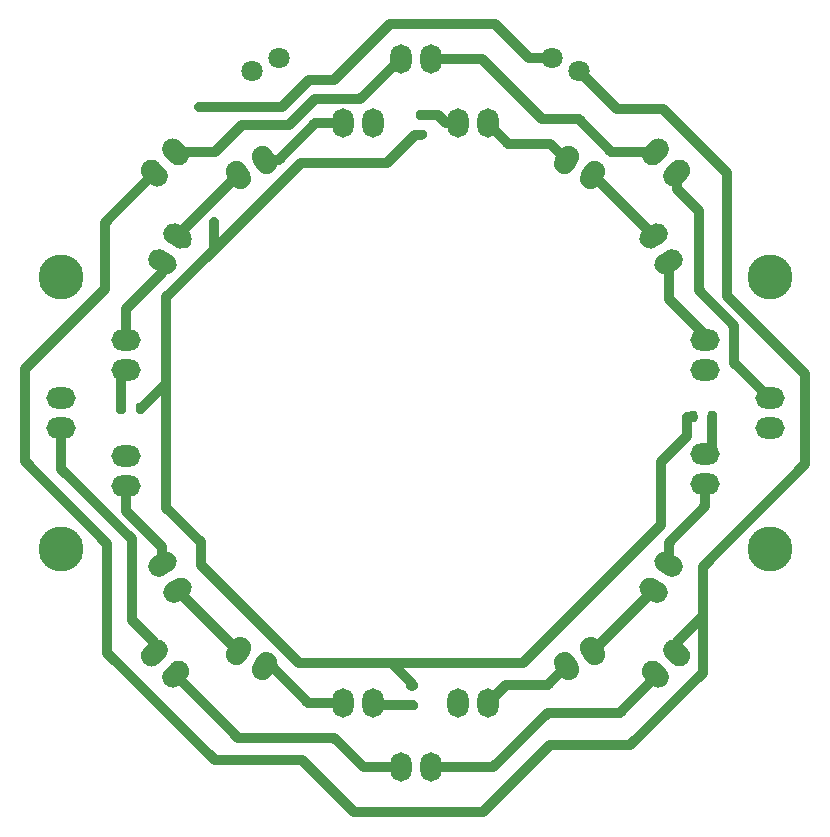
<source format=gtl>
G04 #@! TF.GenerationSoftware,KiCad,Pcbnew,(5.1.9)-1*
G04 #@! TF.CreationDate,2021-10-29T13:55:55-03:00*
G04 #@! TF.ProjectId,RG_Led_ring,52475f4c-6564-45f7-9269-6e672e6b6963,rev?*
G04 #@! TF.SameCoordinates,Original*
G04 #@! TF.FileFunction,Copper,L1,Top*
G04 #@! TF.FilePolarity,Positive*
%FSLAX46Y46*%
G04 Gerber Fmt 4.6, Leading zero omitted, Abs format (unit mm)*
G04 Created by KiCad (PCBNEW (5.1.9)-1) date 2021-10-29 13:55:55*
%MOMM*%
%LPD*%
G01*
G04 APERTURE LIST*
G04 #@! TA.AperFunction,ComponentPad*
%ADD10O,2.500000X1.800000*%
G04 #@! TD*
G04 #@! TA.AperFunction,ComponentPad*
%ADD11C,1.800000*%
G04 #@! TD*
G04 #@! TA.AperFunction,ComponentPad*
%ADD12O,1.800000X2.500000*%
G04 #@! TD*
G04 #@! TA.AperFunction,ViaPad*
%ADD13C,3.800000*%
G04 #@! TD*
G04 #@! TA.AperFunction,ViaPad*
%ADD14C,0.800000*%
G04 #@! TD*
G04 #@! TA.AperFunction,Conductor*
%ADD15C,0.812800*%
G04 #@! TD*
G04 #@! TA.AperFunction,Conductor*
%ADD16C,0.609600*%
G04 #@! TD*
G04 APERTURE END LIST*
G04 #@! TA.AperFunction,SMDPad,CuDef*
G36*
G01*
X150225000Y-76025000D02*
X150775000Y-76025000D01*
G75*
G02*
X150975000Y-76225000I0J-200000D01*
G01*
X150975000Y-76625000D01*
G75*
G02*
X150775000Y-76825000I-200000J0D01*
G01*
X150225000Y-76825000D01*
G75*
G02*
X150025000Y-76625000I0J200000D01*
G01*
X150025000Y-76225000D01*
G75*
G02*
X150225000Y-76025000I200000J0D01*
G01*
G37*
G04 #@! TD.AperFunction*
G04 #@! TA.AperFunction,SMDPad,CuDef*
G36*
G01*
X150225000Y-74375000D02*
X150775000Y-74375000D01*
G75*
G02*
X150975000Y-74575000I0J-200000D01*
G01*
X150975000Y-74975000D01*
G75*
G02*
X150775000Y-75175000I-200000J0D01*
G01*
X150225000Y-75175000D01*
G75*
G02*
X150025000Y-74975000I0J200000D01*
G01*
X150025000Y-74575000D01*
G75*
G02*
X150225000Y-74375000I200000J0D01*
G01*
G37*
G04 #@! TD.AperFunction*
D10*
X125480000Y-93850000D03*
X125480000Y-96390000D03*
G04 #@! TA.AperFunction,SMDPad,CuDef*
G36*
G01*
X173875000Y-100025000D02*
X173875000Y-100575000D01*
G75*
G02*
X173675000Y-100775000I-200000J0D01*
G01*
X173275000Y-100775000D01*
G75*
G02*
X173075000Y-100575000I0J200000D01*
G01*
X173075000Y-100025000D01*
G75*
G02*
X173275000Y-99825000I200000J0D01*
G01*
X173675000Y-99825000D01*
G75*
G02*
X173875000Y-100025000I0J-200000D01*
G01*
G37*
G04 #@! TD.AperFunction*
G04 #@! TA.AperFunction,SMDPad,CuDef*
G36*
G01*
X175525000Y-100025000D02*
X175525000Y-100575000D01*
G75*
G02*
X175325000Y-100775000I-200000J0D01*
G01*
X174925000Y-100775000D01*
G75*
G02*
X174725000Y-100575000I0J200000D01*
G01*
X174725000Y-100025000D01*
G75*
G02*
X174925000Y-99825000I200000J0D01*
G01*
X175325000Y-99825000D01*
G75*
G02*
X175525000Y-100025000I0J-200000D01*
G01*
G37*
G04 #@! TD.AperFunction*
G04 #@! TA.AperFunction,SMDPad,CuDef*
G36*
G01*
X149975000Y-123475000D02*
X149425000Y-123475000D01*
G75*
G02*
X149225000Y-123275000I0J200000D01*
G01*
X149225000Y-122875000D01*
G75*
G02*
X149425000Y-122675000I200000J0D01*
G01*
X149975000Y-122675000D01*
G75*
G02*
X150175000Y-122875000I0J-200000D01*
G01*
X150175000Y-123275000D01*
G75*
G02*
X149975000Y-123475000I-200000J0D01*
G01*
G37*
G04 #@! TD.AperFunction*
G04 #@! TA.AperFunction,SMDPad,CuDef*
G36*
G01*
X149975000Y-125125000D02*
X149425000Y-125125000D01*
G75*
G02*
X149225000Y-124925000I0J200000D01*
G01*
X149225000Y-124525000D01*
G75*
G02*
X149425000Y-124325000I200000J0D01*
G01*
X149975000Y-124325000D01*
G75*
G02*
X150175000Y-124525000I0J-200000D01*
G01*
X150175000Y-124925000D01*
G75*
G02*
X149975000Y-125125000I-200000J0D01*
G01*
G37*
G04 #@! TD.AperFunction*
G04 #@! TA.AperFunction,SMDPad,CuDef*
G36*
G01*
X126325000Y-99875000D02*
X126325000Y-99325000D01*
G75*
G02*
X126525000Y-99125000I200000J0D01*
G01*
X126925000Y-99125000D01*
G75*
G02*
X127125000Y-99325000I0J-200000D01*
G01*
X127125000Y-99875000D01*
G75*
G02*
X126925000Y-100075000I-200000J0D01*
G01*
X126525000Y-100075000D01*
G75*
G02*
X126325000Y-99875000I0J200000D01*
G01*
G37*
G04 #@! TD.AperFunction*
G04 #@! TA.AperFunction,SMDPad,CuDef*
G36*
G01*
X124675000Y-99875000D02*
X124675000Y-99325000D01*
G75*
G02*
X124875000Y-99125000I200000J0D01*
G01*
X125275000Y-99125000D01*
G75*
G02*
X125475000Y-99325000I0J-200000D01*
G01*
X125475000Y-99875000D01*
G75*
G02*
X125275000Y-100075000I-200000J0D01*
G01*
X124875000Y-100075000D01*
G75*
G02*
X124675000Y-99875000I0J200000D01*
G01*
G37*
G04 #@! TD.AperFunction*
D11*
X161567115Y-69971727D03*
X163832885Y-71028273D03*
X136167115Y-71028273D03*
X138432885Y-69971727D03*
D10*
X180000000Y-98730000D03*
X180000000Y-101270000D03*
G04 #@! TA.AperFunction,ComponentPad*
G36*
G01*
X171195857Y-78280883D02*
X170700883Y-78775857D01*
G75*
G02*
X169428091Y-78775857I-636396J636396D01*
G01*
X169428091Y-78775857D01*
G75*
G02*
X169428091Y-77503065I636396J636396D01*
G01*
X169923065Y-77008091D01*
G75*
G02*
X171195857Y-77008091I636396J-636396D01*
G01*
X171195857Y-77008091D01*
G75*
G02*
X171195857Y-78280883I-636396J-636396D01*
G01*
G37*
G04 #@! TD.AperFunction*
G04 #@! TA.AperFunction,ComponentPad*
G36*
G01*
X172991909Y-80076935D02*
X172496935Y-80571909D01*
G75*
G02*
X171224143Y-80571909I-636396J636396D01*
G01*
X171224143Y-80571909D01*
G75*
G02*
X171224143Y-79299117I636396J636396D01*
G01*
X171719117Y-78804143D01*
G75*
G02*
X172991909Y-78804143I636396J-636396D01*
G01*
X172991909Y-78804143D01*
G75*
G02*
X172991909Y-80076935I-636396J-636396D01*
G01*
G37*
G04 #@! TD.AperFunction*
D12*
X148730000Y-70000000D03*
X151270000Y-70000000D03*
G04 #@! TA.AperFunction,ComponentPad*
G36*
G01*
X128280883Y-78804143D02*
X128775857Y-79299117D01*
G75*
G02*
X128775857Y-80571909I-636396J-636396D01*
G01*
X128775857Y-80571909D01*
G75*
G02*
X127503065Y-80571909I-636396J636396D01*
G01*
X127008091Y-80076935D01*
G75*
G02*
X127008091Y-78804143I636396J636396D01*
G01*
X127008091Y-78804143D01*
G75*
G02*
X128280883Y-78804143I636396J-636396D01*
G01*
G37*
G04 #@! TD.AperFunction*
G04 #@! TA.AperFunction,ComponentPad*
G36*
G01*
X130076935Y-77008091D02*
X130571909Y-77503065D01*
G75*
G02*
X130571909Y-78775857I-636396J-636396D01*
G01*
X130571909Y-78775857D01*
G75*
G02*
X129299117Y-78775857I-636396J636396D01*
G01*
X128804143Y-78280883D01*
G75*
G02*
X128804143Y-77008091I636396J636396D01*
G01*
X128804143Y-77008091D01*
G75*
G02*
X130076935Y-77008091I636396J-636396D01*
G01*
G37*
G04 #@! TD.AperFunction*
D10*
X120000000Y-101270000D03*
X120000000Y-98730000D03*
G04 #@! TA.AperFunction,ComponentPad*
G36*
G01*
X128804143Y-121719117D02*
X129299117Y-121224143D01*
G75*
G02*
X130571909Y-121224143I636396J-636396D01*
G01*
X130571909Y-121224143D01*
G75*
G02*
X130571909Y-122496935I-636396J-636396D01*
G01*
X130076935Y-122991909D01*
G75*
G02*
X128804143Y-122991909I-636396J636396D01*
G01*
X128804143Y-122991909D01*
G75*
G02*
X128804143Y-121719117I636396J636396D01*
G01*
G37*
G04 #@! TD.AperFunction*
G04 #@! TA.AperFunction,ComponentPad*
G36*
G01*
X127008091Y-119923065D02*
X127503065Y-119428091D01*
G75*
G02*
X128775857Y-119428091I636396J-636396D01*
G01*
X128775857Y-119428091D01*
G75*
G02*
X128775857Y-120700883I-636396J-636396D01*
G01*
X128280883Y-121195857D01*
G75*
G02*
X127008091Y-121195857I-636396J636396D01*
G01*
X127008091Y-121195857D01*
G75*
G02*
X127008091Y-119923065I636396J636396D01*
G01*
G37*
G04 #@! TD.AperFunction*
D12*
X151270000Y-130000000D03*
X148730000Y-130000000D03*
G04 #@! TA.AperFunction,ComponentPad*
G36*
G01*
X171719117Y-121195857D02*
X171224143Y-120700883D01*
G75*
G02*
X171224143Y-119428091I636396J636396D01*
G01*
X171224143Y-119428091D01*
G75*
G02*
X172496935Y-119428091I636396J-636396D01*
G01*
X172991909Y-119923065D01*
G75*
G02*
X172991909Y-121195857I-636396J-636396D01*
G01*
X172991909Y-121195857D01*
G75*
G02*
X171719117Y-121195857I-636396J636396D01*
G01*
G37*
G04 #@! TD.AperFunction*
G04 #@! TA.AperFunction,ComponentPad*
G36*
G01*
X169923065Y-122991909D02*
X169428091Y-122496935D01*
G75*
G02*
X169428091Y-121224143I636396J636396D01*
G01*
X169428091Y-121224143D01*
G75*
G02*
X170700883Y-121224143I636396J-636396D01*
G01*
X171195857Y-121719117D01*
G75*
G02*
X171195857Y-122991909I-636396J-636396D01*
G01*
X171195857Y-122991909D01*
G75*
G02*
X169923065Y-122991909I-636396J636396D01*
G01*
G37*
G04 #@! TD.AperFunction*
D10*
X174520000Y-105990000D03*
X174520000Y-103450000D03*
G04 #@! TA.AperFunction,ComponentPad*
G36*
G01*
X170301891Y-114035429D02*
X170908109Y-114385429D01*
G75*
G02*
X171237532Y-115614852I-450000J-779423D01*
G01*
X171237532Y-115614852D01*
G75*
G02*
X170008109Y-115944275I-779423J450000D01*
G01*
X169401891Y-115594275D01*
G75*
G02*
X169072468Y-114364852I450000J779423D01*
G01*
X169072468Y-114364852D01*
G75*
G02*
X170301891Y-114035429I779423J-450000D01*
G01*
G37*
G04 #@! TD.AperFunction*
G04 #@! TA.AperFunction,ComponentPad*
G36*
G01*
X171571891Y-111835725D02*
X172178109Y-112185725D01*
G75*
G02*
X172507532Y-113415148I-450000J-779423D01*
G01*
X172507532Y-113415148D01*
G75*
G02*
X171278109Y-113744571I-779423J450000D01*
G01*
X170671891Y-113394571D01*
G75*
G02*
X170342468Y-112165148I450000J779423D01*
G01*
X170342468Y-112165148D01*
G75*
G02*
X171571891Y-111835725I779423J-450000D01*
G01*
G37*
G04 #@! TD.AperFunction*
G04 #@! TA.AperFunction,ComponentPad*
G36*
G01*
X163394571Y-120671891D02*
X163744571Y-121278109D01*
G75*
G02*
X163415148Y-122507532I-779423J-450000D01*
G01*
X163415148Y-122507532D01*
G75*
G02*
X162185725Y-122178109I-450000J779423D01*
G01*
X161835725Y-121571891D01*
G75*
G02*
X162165148Y-120342468I779423J450000D01*
G01*
X162165148Y-120342468D01*
G75*
G02*
X163394571Y-120671891I450000J-779423D01*
G01*
G37*
G04 #@! TD.AperFunction*
G04 #@! TA.AperFunction,ComponentPad*
G36*
G01*
X165594275Y-119401891D02*
X165944275Y-120008109D01*
G75*
G02*
X165614852Y-121237532I-779423J-450000D01*
G01*
X165614852Y-121237532D01*
G75*
G02*
X164385429Y-120908109I-450000J779423D01*
G01*
X164035429Y-120301891D01*
G75*
G02*
X164364852Y-119072468I779423J450000D01*
G01*
X164364852Y-119072468D01*
G75*
G02*
X165594275Y-119401891I450000J-779423D01*
G01*
G37*
G04 #@! TD.AperFunction*
D12*
X153610000Y-124520000D03*
X156150000Y-124520000D03*
X143850000Y-124520000D03*
X146390000Y-124520000D03*
G04 #@! TA.AperFunction,ComponentPad*
G36*
G01*
X135964571Y-120301891D02*
X135614571Y-120908109D01*
G75*
G02*
X134385148Y-121237532I-779423J450000D01*
G01*
X134385148Y-121237532D01*
G75*
G02*
X134055725Y-120008109I450000J779423D01*
G01*
X134405725Y-119401891D01*
G75*
G02*
X135635148Y-119072468I779423J-450000D01*
G01*
X135635148Y-119072468D01*
G75*
G02*
X135964571Y-120301891I-450000J-779423D01*
G01*
G37*
G04 #@! TD.AperFunction*
G04 #@! TA.AperFunction,ComponentPad*
G36*
G01*
X138164275Y-121571891D02*
X137814275Y-122178109D01*
G75*
G02*
X136584852Y-122507532I-779423J450000D01*
G01*
X136584852Y-122507532D01*
G75*
G02*
X136255429Y-121278109I450000J779423D01*
G01*
X136605429Y-120671891D01*
G75*
G02*
X137834852Y-120342468I779423J-450000D01*
G01*
X137834852Y-120342468D01*
G75*
G02*
X138164275Y-121571891I-450000J-779423D01*
G01*
G37*
G04 #@! TD.AperFunction*
G04 #@! TA.AperFunction,ComponentPad*
G36*
G01*
X129328109Y-113394571D02*
X128721891Y-113744571D01*
G75*
G02*
X127492468Y-113415148I-450000J779423D01*
G01*
X127492468Y-113415148D01*
G75*
G02*
X127821891Y-112185725I779423J450000D01*
G01*
X128428109Y-111835725D01*
G75*
G02*
X129657532Y-112165148I450000J-779423D01*
G01*
X129657532Y-112165148D01*
G75*
G02*
X129328109Y-113394571I-779423J-450000D01*
G01*
G37*
G04 #@! TD.AperFunction*
G04 #@! TA.AperFunction,ComponentPad*
G36*
G01*
X130598109Y-115594275D02*
X129991891Y-115944275D01*
G75*
G02*
X128762468Y-115614852I-450000J779423D01*
G01*
X128762468Y-115614852D01*
G75*
G02*
X129091891Y-114385429I779423J450000D01*
G01*
X129698109Y-114035429D01*
G75*
G02*
X130927532Y-114364852I450000J-779423D01*
G01*
X130927532Y-114364852D01*
G75*
G02*
X130598109Y-115594275I-779423J-450000D01*
G01*
G37*
G04 #@! TD.AperFunction*
D10*
X125480000Y-103610000D03*
X125480000Y-106150000D03*
G04 #@! TA.AperFunction,ComponentPad*
G36*
G01*
X129698109Y-85964571D02*
X129091891Y-85614571D01*
G75*
G02*
X128762468Y-84385148I450000J779423D01*
G01*
X128762468Y-84385148D01*
G75*
G02*
X129991891Y-84055725I779423J-450000D01*
G01*
X130598109Y-84405725D01*
G75*
G02*
X130927532Y-85635148I-450000J-779423D01*
G01*
X130927532Y-85635148D01*
G75*
G02*
X129698109Y-85964571I-779423J450000D01*
G01*
G37*
G04 #@! TD.AperFunction*
G04 #@! TA.AperFunction,ComponentPad*
G36*
G01*
X128428109Y-88164275D02*
X127821891Y-87814275D01*
G75*
G02*
X127492468Y-86584852I450000J779423D01*
G01*
X127492468Y-86584852D01*
G75*
G02*
X128721891Y-86255429I779423J-450000D01*
G01*
X129328109Y-86605429D01*
G75*
G02*
X129657532Y-87834852I-450000J-779423D01*
G01*
X129657532Y-87834852D01*
G75*
G02*
X128428109Y-88164275I-779423J450000D01*
G01*
G37*
G04 #@! TD.AperFunction*
G04 #@! TA.AperFunction,ComponentPad*
G36*
G01*
X136605429Y-79328109D02*
X136255429Y-78721891D01*
G75*
G02*
X136584852Y-77492468I779423J450000D01*
G01*
X136584852Y-77492468D01*
G75*
G02*
X137814275Y-77821891I450000J-779423D01*
G01*
X138164275Y-78428109D01*
G75*
G02*
X137834852Y-79657532I-779423J-450000D01*
G01*
X137834852Y-79657532D01*
G75*
G02*
X136605429Y-79328109I-450000J779423D01*
G01*
G37*
G04 #@! TD.AperFunction*
G04 #@! TA.AperFunction,ComponentPad*
G36*
G01*
X134405725Y-80598109D02*
X134055725Y-79991891D01*
G75*
G02*
X134385148Y-78762468I779423J450000D01*
G01*
X134385148Y-78762468D01*
G75*
G02*
X135614571Y-79091891I450000J-779423D01*
G01*
X135964571Y-79698109D01*
G75*
G02*
X135635148Y-80927532I-779423J-450000D01*
G01*
X135635148Y-80927532D01*
G75*
G02*
X134405725Y-80598109I-450000J779423D01*
G01*
G37*
G04 #@! TD.AperFunction*
D12*
X146390000Y-75480000D03*
X143850000Y-75480000D03*
X156150000Y-75480000D03*
X153610000Y-75480000D03*
G04 #@! TA.AperFunction,ComponentPad*
G36*
G01*
X164035429Y-79698109D02*
X164385429Y-79091891D01*
G75*
G02*
X165614852Y-78762468I779423J-450000D01*
G01*
X165614852Y-78762468D01*
G75*
G02*
X165944275Y-79991891I-450000J-779423D01*
G01*
X165594275Y-80598109D01*
G75*
G02*
X164364852Y-80927532I-779423J450000D01*
G01*
X164364852Y-80927532D01*
G75*
G02*
X164035429Y-79698109I450000J779423D01*
G01*
G37*
G04 #@! TD.AperFunction*
G04 #@! TA.AperFunction,ComponentPad*
G36*
G01*
X161835725Y-78428109D02*
X162185725Y-77821891D01*
G75*
G02*
X163415148Y-77492468I779423J-450000D01*
G01*
X163415148Y-77492468D01*
G75*
G02*
X163744571Y-78721891I-450000J-779423D01*
G01*
X163394571Y-79328109D01*
G75*
G02*
X162165148Y-79657532I-779423J450000D01*
G01*
X162165148Y-79657532D01*
G75*
G02*
X161835725Y-78428109I450000J779423D01*
G01*
G37*
G04 #@! TD.AperFunction*
G04 #@! TA.AperFunction,ComponentPad*
G36*
G01*
X170671891Y-86605429D02*
X171278109Y-86255429D01*
G75*
G02*
X172507532Y-86584852I450000J-779423D01*
G01*
X172507532Y-86584852D01*
G75*
G02*
X172178109Y-87814275I-779423J-450000D01*
G01*
X171571891Y-88164275D01*
G75*
G02*
X170342468Y-87834852I-450000J779423D01*
G01*
X170342468Y-87834852D01*
G75*
G02*
X170671891Y-86605429I779423J450000D01*
G01*
G37*
G04 #@! TD.AperFunction*
G04 #@! TA.AperFunction,ComponentPad*
G36*
G01*
X169401891Y-84405725D02*
X170008109Y-84055725D01*
G75*
G02*
X171237532Y-84385148I450000J-779423D01*
G01*
X171237532Y-84385148D01*
G75*
G02*
X170908109Y-85614571I-779423J-450000D01*
G01*
X170301891Y-85964571D01*
G75*
G02*
X169072468Y-85635148I-450000J779423D01*
G01*
X169072468Y-85635148D01*
G75*
G02*
X169401891Y-84405725I779423J450000D01*
G01*
G37*
G04 #@! TD.AperFunction*
D10*
X174520000Y-96390000D03*
X174520000Y-93850000D03*
D13*
X120000000Y-88500000D03*
X180000000Y-88500000D03*
X180000000Y-111500000D03*
X120000000Y-111500000D03*
D14*
X132900000Y-83800000D03*
X131700000Y-74100000D03*
D15*
X171425000Y-87209852D02*
X171890148Y-87209852D01*
X171425000Y-90325000D02*
X171425000Y-87209852D01*
X174520000Y-93420000D02*
X171425000Y-90325000D01*
X174520000Y-93850000D02*
X174520000Y-93420000D01*
X129845000Y-114989852D02*
X130410148Y-114989852D01*
D16*
X135010148Y-120155000D02*
X135010148Y-119589852D01*
D15*
X135010148Y-120155000D02*
X135010148Y-119789852D01*
X129845000Y-114989852D02*
X135010148Y-120155000D01*
D16*
X128575000Y-112790148D02*
X128209852Y-112790148D01*
D15*
X128575000Y-112790148D02*
X128409852Y-112790148D01*
X128575000Y-111375000D02*
X128575000Y-112790148D01*
X125480000Y-108280000D02*
X128575000Y-111375000D01*
X125480000Y-106150000D02*
X125480000Y-108280000D01*
D16*
X162790148Y-121425000D02*
X162790148Y-122190148D01*
D15*
X162790148Y-121425000D02*
X162790148Y-121690148D01*
X162775000Y-121425000D02*
X162790148Y-121425000D01*
X157670000Y-123000000D02*
X161200000Y-123000000D01*
X161200000Y-123000000D02*
X162775000Y-121425000D01*
X156150000Y-124520000D02*
X157670000Y-123000000D01*
X170311974Y-122108026D02*
X170311974Y-122388026D01*
X170311974Y-122388026D02*
X167300000Y-125400000D01*
X161200000Y-125400000D02*
X156600000Y-130000000D01*
X167300000Y-125400000D02*
X161200000Y-125400000D01*
X151270000Y-130000000D02*
X156600000Y-130000000D01*
X141450000Y-73450000D02*
X145280000Y-73450000D01*
X145280000Y-73450000D02*
X148730000Y-70000000D01*
X139300000Y-75600000D02*
X141450000Y-73450000D01*
X135300000Y-75600000D02*
X139300000Y-75600000D01*
X129688026Y-77891974D02*
X133008026Y-77891974D01*
X133008026Y-77891974D02*
X135300000Y-75600000D01*
X151270000Y-70000000D02*
X155600000Y-70000000D01*
X155600000Y-70000000D02*
X160700000Y-75100000D01*
X160700000Y-75100000D02*
X163800000Y-75100000D01*
X166591974Y-77891974D02*
X170311974Y-77891974D01*
X163800000Y-75100000D02*
X166591974Y-77891974D01*
X177000000Y-95730000D02*
X180000000Y-98730000D01*
X177000000Y-92600000D02*
X177000000Y-95730000D01*
X174000000Y-89600000D02*
X177000000Y-92600000D01*
X174000000Y-82900000D02*
X174000000Y-89600000D01*
X172108026Y-81008026D02*
X174000000Y-82900000D01*
X172108026Y-79688026D02*
X172108026Y-81008026D01*
X164989852Y-79845000D02*
X164989852Y-80110148D01*
X170155000Y-85010148D02*
X164989852Y-79845000D01*
X157870000Y-77200000D02*
X156150000Y-75480000D01*
X161415148Y-77200000D02*
X157870000Y-77200000D01*
X162790148Y-78575000D02*
X161415148Y-77200000D01*
X153610000Y-75480000D02*
X152580000Y-75480000D01*
X151875000Y-74775000D02*
X150500000Y-74775000D01*
X152580000Y-75480000D02*
X151875000Y-74775000D01*
X164989852Y-120155000D02*
X164989852Y-119889852D01*
D16*
X170155000Y-114989852D02*
X169989852Y-114989852D01*
D15*
X170155000Y-114989852D02*
X169689852Y-114989852D01*
X170155000Y-114989852D02*
X170089852Y-114989852D01*
X164989852Y-120155000D02*
X170155000Y-114989852D01*
X174520000Y-107880000D02*
X174520000Y-105990000D01*
X171425000Y-110975000D02*
X174520000Y-107880000D01*
X171425000Y-112790148D02*
X171425000Y-110975000D01*
X175125000Y-102845000D02*
X174520000Y-103450000D01*
X175125000Y-100300000D02*
X175125000Y-102845000D01*
X120000000Y-98730000D02*
X120030000Y-98700000D01*
X129688026Y-122108026D02*
X129688026Y-122188026D01*
X135000000Y-127500000D02*
X140200000Y-127500000D01*
X129688026Y-122188026D02*
X135000000Y-127500000D01*
X140200000Y-127500000D02*
X139000000Y-127500000D01*
X148730000Y-130000000D02*
X145600000Y-130000000D01*
X143100000Y-127500000D02*
X140200000Y-127500000D01*
X145600000Y-130000000D02*
X143100000Y-127500000D01*
X127891974Y-119391974D02*
X127891974Y-120311974D01*
X126000000Y-117500000D02*
X127891974Y-119391974D01*
X126000000Y-110700000D02*
X126000000Y-117500000D01*
X120000000Y-104700000D02*
X126000000Y-110700000D01*
X120000000Y-101270000D02*
X120000000Y-104700000D01*
X137209852Y-78575000D02*
X137209852Y-78409852D01*
X138425000Y-78575000D02*
X137209852Y-78575000D01*
X141520000Y-75480000D02*
X138425000Y-78575000D01*
X143850000Y-75480000D02*
X141520000Y-75480000D01*
X135010148Y-79845000D02*
X135010148Y-80310148D01*
X135010148Y-79845000D02*
X135010148Y-80410148D01*
D16*
X129845000Y-85010148D02*
X130110148Y-85010148D01*
D15*
X129845000Y-85010148D02*
X129910148Y-85010148D01*
X130494685Y-85594685D02*
X130594685Y-85594685D01*
X129910148Y-85010148D02*
X130494685Y-85594685D01*
X135010148Y-79845000D02*
X129845000Y-85010148D01*
D16*
X128575000Y-87209852D02*
X128509852Y-87209852D01*
D15*
X128509852Y-87209852D02*
X127925315Y-86625315D01*
X128575000Y-87209852D02*
X128309852Y-87209852D01*
X128575000Y-88125000D02*
X125480000Y-91220000D01*
X125480000Y-91220000D02*
X125480000Y-93850000D01*
X128575000Y-87209852D02*
X128575000Y-88125000D01*
X125480000Y-96390000D02*
X125480000Y-96720000D01*
X125075000Y-97125000D02*
X125075000Y-99600000D01*
X125480000Y-96720000D02*
X125075000Y-97125000D01*
X140920000Y-124520000D02*
X143850000Y-124520000D01*
X137825000Y-121425000D02*
X140920000Y-124520000D01*
X137209852Y-121425000D02*
X137825000Y-121425000D01*
X146595000Y-124725000D02*
X146390000Y-124520000D01*
X149700000Y-124725000D02*
X146595000Y-124725000D01*
X172108026Y-119391974D02*
X174300000Y-117200000D01*
X172108026Y-120311974D02*
X172108026Y-119391974D01*
X167091802Y-74287190D02*
X163832885Y-71028273D01*
X176400000Y-79700000D02*
X170987190Y-74287190D01*
X170987190Y-74287190D02*
X167091802Y-74287190D01*
X176400000Y-90100000D02*
X176400000Y-79700000D01*
X183000000Y-96700000D02*
X176400000Y-90100000D01*
X183000000Y-104300000D02*
X183000000Y-96700000D01*
X174300000Y-113000000D02*
X183000000Y-104300000D01*
X174300000Y-117200000D02*
X174300000Y-113000000D01*
X174300000Y-117200000D02*
X174300000Y-122000000D01*
X155700000Y-133800000D02*
X144800000Y-133800000D01*
X144800000Y-133800000D02*
X140400000Y-129400000D01*
X123700000Y-83880000D02*
X127891974Y-79688026D01*
X174300000Y-122000000D02*
X168200000Y-128100000D01*
X168200000Y-128100000D02*
X161400000Y-128100000D01*
X161400000Y-128100000D02*
X155700000Y-133800000D01*
X133000000Y-129400000D02*
X123900000Y-120300000D01*
X123900000Y-120300000D02*
X123900000Y-111100000D01*
X140400000Y-129400000D02*
X133000000Y-129400000D01*
X123900000Y-111100000D02*
X116900000Y-104100000D01*
X116900000Y-104100000D02*
X116900000Y-96300000D01*
X123700000Y-89500000D02*
X123700000Y-83880000D01*
X116900000Y-96300000D02*
X123700000Y-89500000D01*
X126800000Y-99600000D02*
X128900000Y-97500000D01*
X126725000Y-99600000D02*
X126800000Y-99600000D01*
X149700000Y-122900000D02*
X148000000Y-121200000D01*
X149700000Y-123075000D02*
X149700000Y-122900000D01*
X128900000Y-90200000D02*
X128900000Y-97500000D01*
X147600000Y-78800000D02*
X140300000Y-78800000D01*
X132900000Y-86200000D02*
X132400000Y-86700000D01*
X132900000Y-83800000D02*
X132900000Y-86200000D01*
X132400000Y-86700000D02*
X128900000Y-90200000D01*
X140300000Y-78800000D02*
X132400000Y-86700000D01*
X149975000Y-76425000D02*
X148450000Y-77950000D01*
X150500000Y-76425000D02*
X149975000Y-76425000D01*
X148450000Y-77950000D02*
X147600000Y-78800000D01*
X148800000Y-77600000D02*
X148450000Y-77950000D01*
X131800000Y-112900000D02*
X140100000Y-121200000D01*
X131800000Y-110900000D02*
X131800000Y-112900000D01*
X128900000Y-108000000D02*
X131800000Y-110900000D01*
X140100000Y-121200000D02*
X148000000Y-121200000D01*
X128900000Y-97500000D02*
X128900000Y-108000000D01*
X170800000Y-104183033D02*
X170800000Y-109500000D01*
X173000000Y-101983033D02*
X170800000Y-104183033D01*
X159100000Y-121200000D02*
X148000000Y-121200000D01*
X173000000Y-100300000D02*
X173000000Y-101983033D01*
X170800000Y-109500000D02*
X159100000Y-121200000D01*
X173475000Y-100300000D02*
X173000000Y-100300000D01*
X147800000Y-67100000D02*
X156700000Y-67100000D01*
X159571727Y-69971727D02*
X161567115Y-69971727D01*
X143100000Y-71800000D02*
X147800000Y-67100000D01*
X141000000Y-71800000D02*
X143100000Y-71800000D01*
X138700000Y-74100000D02*
X141000000Y-71800000D01*
X156700000Y-67100000D02*
X159571727Y-69971727D01*
X131700000Y-74100000D02*
X138700000Y-74100000D01*
M02*

</source>
